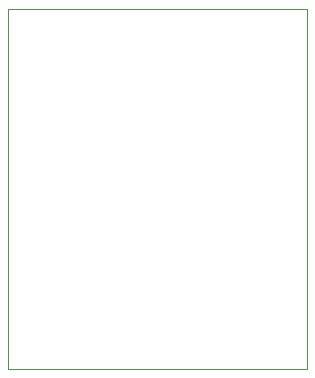
<source format=gko>
G75*
%MOIN*%
%OFA0B0*%
%FSLAX25Y25*%
%IPPOS*%
%LPD*%
%AMOC8*
5,1,8,0,0,1.08239X$1,22.5*
%
%ADD10C,0.00000*%
D10*
X0069627Y0025337D02*
X0069627Y0145337D01*
X0169548Y0145337D01*
X0169548Y0025337D01*
X0069627Y0025337D01*
M02*

</source>
